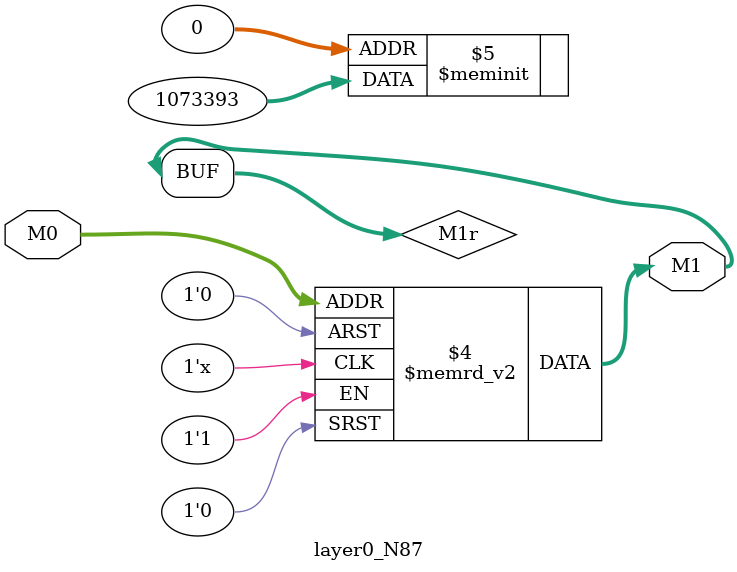
<source format=v>
module layer0_N87 ( input [3:0] M0, output [1:0] M1 );

	(*rom_style = "distributed" *) reg [1:0] M1r;
	assign M1 = M1r;
	always @ (M0) begin
		case (M0)
			4'b0000: M1r = 2'b01;
			4'b1000: M1r = 2'b00;
			4'b0100: M1r = 2'b00;
			4'b1100: M1r = 2'b00;
			4'b0010: M1r = 2'b11;
			4'b1010: M1r = 2'b01;
			4'b0110: M1r = 2'b10;
			4'b1110: M1r = 2'b00;
			4'b0001: M1r = 2'b00;
			4'b1001: M1r = 2'b00;
			4'b0101: M1r = 2'b00;
			4'b1101: M1r = 2'b00;
			4'b0011: M1r = 2'b11;
			4'b1011: M1r = 2'b00;
			4'b0111: M1r = 2'b01;
			4'b1111: M1r = 2'b00;

		endcase
	end
endmodule

</source>
